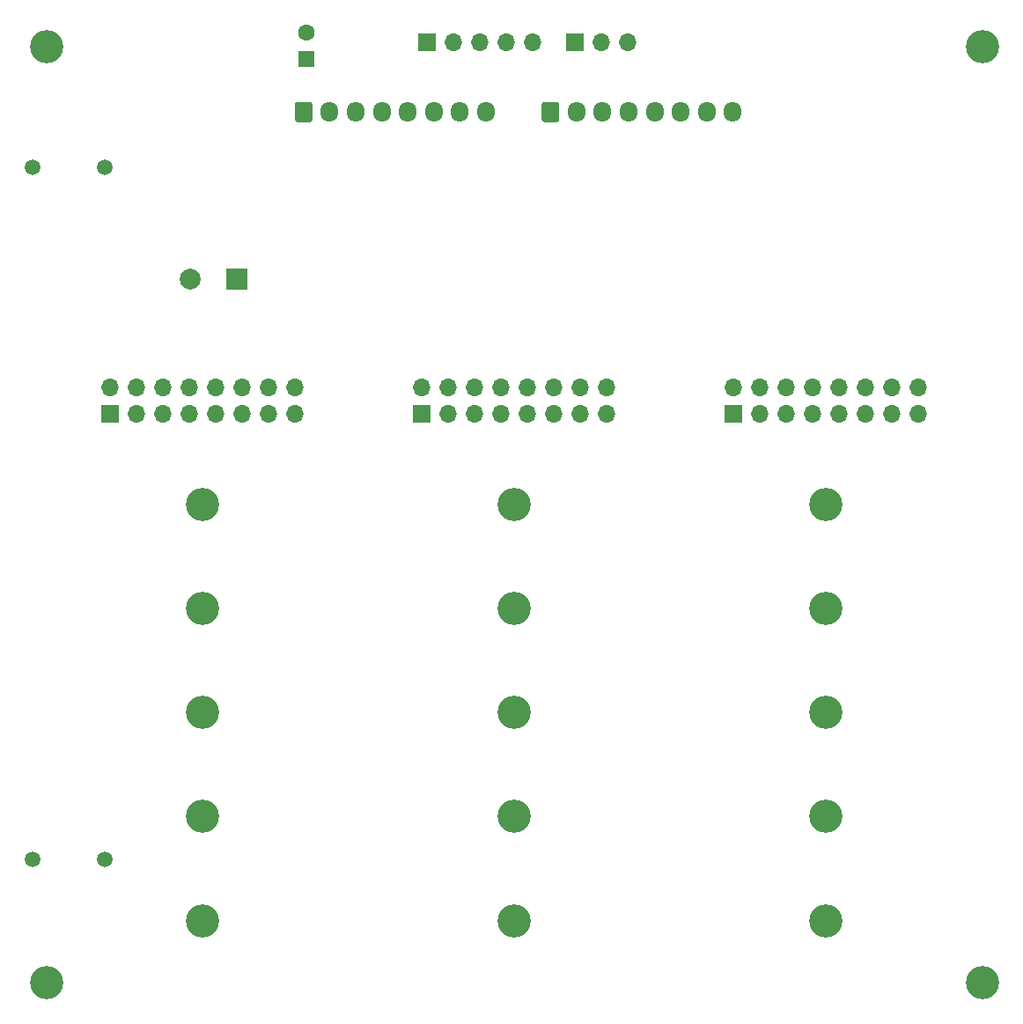
<source format=gbr>
%TF.GenerationSoftware,KiCad,Pcbnew,(5.1.9)-1*%
%TF.CreationDate,2021-05-23T18:55:04+01:00*%
%TF.ProjectId,ControlBoard,436f6e74-726f-46c4-926f-6172642e6b69,rev?*%
%TF.SameCoordinates,Original*%
%TF.FileFunction,Soldermask,Bot*%
%TF.FilePolarity,Negative*%
%FSLAX46Y46*%
G04 Gerber Fmt 4.6, Leading zero omitted, Abs format (unit mm)*
G04 Created by KiCad (PCBNEW (5.1.9)-1) date 2021-05-23 18:55:04*
%MOMM*%
%LPD*%
G01*
G04 APERTURE LIST*
%ADD10R,1.700000X1.700000*%
%ADD11O,1.700000X1.700000*%
%ADD12O,1.700000X1.950000*%
%ADD13C,3.200000*%
%ADD14R,1.600000X1.600000*%
%ADD15C,1.600000*%
%ADD16R,2.000000X2.000000*%
%ADD17C,2.000000*%
%ADD18C,1.500000*%
G04 APERTURE END LIST*
D10*
%TO.C,J5*%
X31110000Y-60270000D03*
D11*
X31110000Y-57730000D03*
X33650000Y-60270000D03*
X33650000Y-57730000D03*
X36190000Y-60270000D03*
X36190000Y-57730000D03*
X38730000Y-60270000D03*
X38730000Y-57730000D03*
X41270000Y-60270000D03*
X41270000Y-57730000D03*
X43810000Y-60270000D03*
X43810000Y-57730000D03*
X46350000Y-60270000D03*
X46350000Y-57730000D03*
X48890000Y-60270000D03*
X48890000Y-57730000D03*
%TD*%
D10*
%TO.C,J6*%
X61110000Y-60270000D03*
D11*
X61110000Y-57730000D03*
X63650000Y-60270000D03*
X63650000Y-57730000D03*
X66190000Y-60270000D03*
X66190000Y-57730000D03*
X68730000Y-60270000D03*
X68730000Y-57730000D03*
X71270000Y-60270000D03*
X71270000Y-57730000D03*
X73810000Y-60270000D03*
X73810000Y-57730000D03*
X76350000Y-60270000D03*
X76350000Y-57730000D03*
X78890000Y-60270000D03*
X78890000Y-57730000D03*
%TD*%
D10*
%TO.C,J7*%
X91110000Y-60270000D03*
D11*
X91110000Y-57730000D03*
X93650000Y-60270000D03*
X93650000Y-57730000D03*
X96190000Y-60270000D03*
X96190000Y-57730000D03*
X98730000Y-60270000D03*
X98730000Y-57730000D03*
X101270000Y-60270000D03*
X101270000Y-57730000D03*
X103810000Y-60270000D03*
X103810000Y-57730000D03*
X106350000Y-60270000D03*
X106350000Y-57730000D03*
X108890000Y-60270000D03*
X108890000Y-57730000D03*
%TD*%
%TO.C,J8*%
G36*
G01*
X48900000Y-31975000D02*
X48900000Y-30525000D01*
G75*
G02*
X49150000Y-30275000I250000J0D01*
G01*
X50350000Y-30275000D01*
G75*
G02*
X50600000Y-30525000I0J-250000D01*
G01*
X50600000Y-31975000D01*
G75*
G02*
X50350000Y-32225000I-250000J0D01*
G01*
X49150000Y-32225000D01*
G75*
G02*
X48900000Y-31975000I0J250000D01*
G01*
G37*
D12*
X52250000Y-31250000D03*
X54750000Y-31250000D03*
X57250000Y-31250000D03*
X59750000Y-31250000D03*
X62250000Y-31250000D03*
X64750000Y-31250000D03*
X67250000Y-31250000D03*
%TD*%
D13*
%TO.C,REF\u002A\u002A*%
X40000000Y-99000000D03*
%TD*%
%TO.C,REF\u002A\u002A*%
X40000000Y-79000000D03*
%TD*%
%TO.C,REF\u002A\u002A*%
X40000000Y-109000000D03*
%TD*%
%TO.C,REF\u002A\u002A*%
X40000000Y-69000000D03*
%TD*%
%TO.C,REF\u002A\u002A*%
X40000000Y-89000000D03*
%TD*%
%TO.C,REF\u002A\u002A*%
X100000000Y-89000000D03*
%TD*%
%TO.C,REF\u002A\u002A*%
X100000000Y-109000000D03*
%TD*%
%TO.C,REF\u002A\u002A*%
X100000000Y-99000000D03*
%TD*%
%TO.C,REF\u002A\u002A*%
X100000000Y-69000000D03*
%TD*%
%TO.C,REF\u002A\u002A*%
X100000000Y-79000000D03*
%TD*%
%TO.C,REF\u002A\u002A*%
X70000000Y-109000000D03*
%TD*%
%TO.C,REF\u002A\u002A*%
X70000000Y-99000000D03*
%TD*%
%TO.C,REF\u002A\u002A*%
X70000000Y-89000000D03*
%TD*%
%TO.C,REF\u002A\u002A*%
X70000000Y-79000000D03*
%TD*%
%TO.C,REF\u002A\u002A*%
X70000000Y-69000000D03*
%TD*%
%TO.C,REF\u002A\u002A*%
X115000000Y-25000000D03*
%TD*%
%TO.C,REF\u002A\u002A*%
X115000000Y-115000000D03*
%TD*%
%TO.C,REF\u002A\u002A*%
X25000000Y-25000000D03*
%TD*%
D14*
%TO.C,C2*%
X50038000Y-26122000D03*
D15*
X50038000Y-23622000D03*
%TD*%
D13*
%TO.C,REF\u002A\u002A*%
X25000000Y-115000000D03*
%TD*%
D16*
%TO.C,BZ1*%
X43334500Y-47307500D03*
D17*
X38834500Y-47307500D03*
%TD*%
D18*
%TO.C,J1*%
X23650000Y-103124000D03*
X30650000Y-103124000D03*
%TD*%
D10*
%TO.C,J11*%
X75819000Y-24511000D03*
D11*
X78359000Y-24511000D03*
X80899000Y-24511000D03*
%TD*%
D18*
%TO.C,J2*%
X30640000Y-36576000D03*
X23640000Y-36576000D03*
%TD*%
D10*
%TO.C,J3*%
X61595000Y-24511000D03*
D11*
X64135000Y-24511000D03*
X66675000Y-24511000D03*
X69215000Y-24511000D03*
X71755000Y-24511000D03*
%TD*%
D12*
%TO.C,J9*%
X91000000Y-31250000D03*
X88500000Y-31250000D03*
X86000000Y-31250000D03*
X83500000Y-31250000D03*
X81000000Y-31250000D03*
X78500000Y-31250000D03*
X76000000Y-31250000D03*
G36*
G01*
X72650000Y-31975000D02*
X72650000Y-30525000D01*
G75*
G02*
X72900000Y-30275000I250000J0D01*
G01*
X74100000Y-30275000D01*
G75*
G02*
X74350000Y-30525000I0J-250000D01*
G01*
X74350000Y-31975000D01*
G75*
G02*
X74100000Y-32225000I-250000J0D01*
G01*
X72900000Y-32225000D01*
G75*
G02*
X72650000Y-31975000I0J250000D01*
G01*
G37*
%TD*%
M02*

</source>
